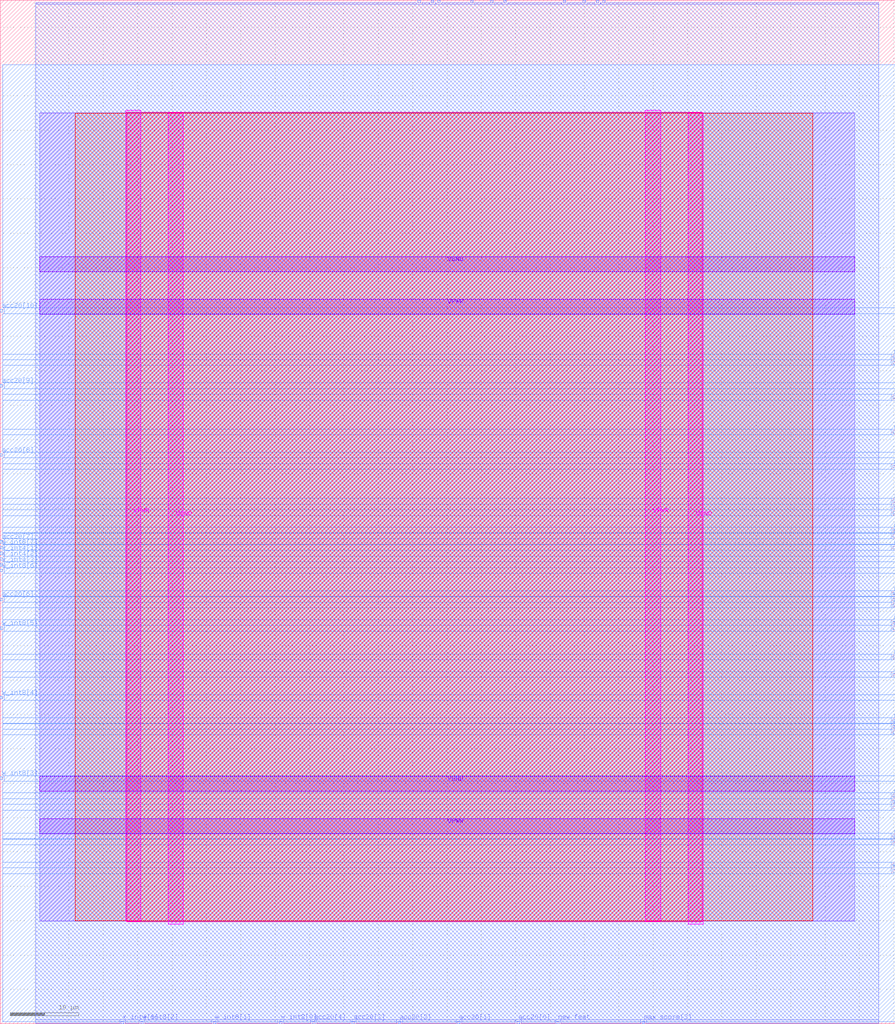
<source format=lef>
VERSION 5.7 ;
  NOWIREEXTENSIONATPIN ON ;
  DIVIDERCHAR "/" ;
  BUSBITCHARS "[]" ;
MACRO classifier_top
  CLASS BLOCK ;
  FOREIGN classifier_top ;
  ORIGIN 0.000 0.000 ;
  SIZE 130.210 BY 148.930 ;
  PIN VGND
    DIRECTION INOUT ;
    USE GROUND ;
    PORT
      LAYER TopMetal1 ;
        RECT 24.460 14.490 26.660 132.520 ;
    END
    PORT
      LAYER TopMetal1 ;
        RECT 100.060 14.490 102.260 132.520 ;
    END
    PORT
      LAYER TopMetal2 ;
        RECT 5.760 33.820 124.320 36.020 ;
    END
    PORT
      LAYER TopMetal2 ;
        RECT 5.760 109.420 124.320 111.620 ;
    END
  END VGND
  PIN VPWR
    DIRECTION INOUT ;
    USE POWER ;
    PORT
      LAYER TopMetal1 ;
        RECT 18.260 14.900 20.460 132.930 ;
    END
    PORT
      LAYER TopMetal1 ;
        RECT 93.860 14.900 96.060 132.930 ;
    END
    PORT
      LAYER TopMetal2 ;
        RECT 5.760 27.620 124.320 29.820 ;
    END
    PORT
      LAYER TopMetal2 ;
        RECT 5.760 103.220 124.320 105.420 ;
    END
  END VPWR
  PIN acc20[0]
    DIRECTION OUTPUT ;
    USE SIGNAL ;
    ANTENNADIFFAREA 0.708600 ;
    PORT
      LAYER Metal2 ;
        RECT 75.160 0.000 75.560 0.400 ;
    END
  END acc20[0]
  PIN acc20[10]
    DIRECTION OUTPUT ;
    USE SIGNAL ;
    ANTENNADIFFAREA 0.708600 ;
    PORT
      LAYER Metal3 ;
        RECT 0.000 103.540 0.400 103.940 ;
    END
  END acc20[10]
  PIN acc20[11]
    DIRECTION OUTPUT ;
    USE SIGNAL ;
    ANTENNADIFFAREA 0.708600 ;
    PORT
      LAYER Metal2 ;
        RECT 63.640 148.530 64.040 148.930 ;
    END
  END acc20[11]
  PIN acc20[12]
    DIRECTION OUTPUT ;
    USE SIGNAL ;
    ANTENNADIFFAREA 0.708600 ;
    PORT
      LAYER Metal2 ;
        RECT 71.320 148.530 71.720 148.930 ;
    END
  END acc20[12]
  PIN acc20[13]
    DIRECTION OUTPUT ;
    USE SIGNAL ;
    ANTENNADIFFAREA 0.708600 ;
    PORT
      LAYER Metal2 ;
        RECT 73.240 148.530 73.640 148.930 ;
    END
  END acc20[13]
  PIN acc20[14]
    DIRECTION OUTPUT ;
    USE SIGNAL ;
    ANTENNADIFFAREA 0.708600 ;
    PORT
      LAYER Metal2 ;
        RECT 81.880 148.530 82.280 148.930 ;
    END
  END acc20[14]
  PIN acc20[15]
    DIRECTION OUTPUT ;
    USE SIGNAL ;
    ANTENNADIFFAREA 0.708600 ;
    PORT
      LAYER Metal2 ;
        RECT 87.640 148.530 88.040 148.930 ;
    END
  END acc20[15]
  PIN acc20[16]
    DIRECTION OUTPUT ;
    USE SIGNAL ;
    ANTENNADIFFAREA 0.708600 ;
    PORT
      LAYER Metal3 ;
        RECT 129.810 95.980 130.210 96.380 ;
    END
  END acc20[16]
  PIN acc20[17]
    DIRECTION OUTPUT ;
    USE SIGNAL ;
    ANTENNADIFFAREA 0.708600 ;
    PORT
      LAYER Metal3 ;
        RECT 129.810 90.940 130.210 91.340 ;
    END
  END acc20[17]
  PIN acc20[18]
    DIRECTION OUTPUT ;
    USE SIGNAL ;
    ANTENNADIFFAREA 0.708600 ;
    PORT
      LAYER Metal3 ;
        RECT 129.810 74.980 130.210 75.380 ;
    END
  END acc20[18]
  PIN acc20[19]
    DIRECTION OUTPUT ;
    USE SIGNAL ;
    ANTENNADIFFAREA 0.708600 ;
    PORT
      LAYER Metal3 ;
        RECT 129.810 75.820 130.210 76.220 ;
    END
  END acc20[19]
  PIN acc20[1]
    DIRECTION OUTPUT ;
    USE SIGNAL ;
    ANTENNADIFFAREA 0.708600 ;
    PORT
      LAYER Metal2 ;
        RECT 66.520 0.000 66.920 0.400 ;
    END
  END acc20[1]
  PIN acc20[2]
    DIRECTION OUTPUT ;
    USE SIGNAL ;
    ANTENNADIFFAREA 0.708600 ;
    PORT
      LAYER Metal2 ;
        RECT 57.880 0.000 58.280 0.400 ;
    END
  END acc20[2]
  PIN acc20[3]
    DIRECTION OUTPUT ;
    USE SIGNAL ;
    ANTENNADIFFAREA 0.708600 ;
    PORT
      LAYER Metal2 ;
        RECT 51.160 0.000 51.560 0.400 ;
    END
  END acc20[3]
  PIN acc20[4]
    DIRECTION OUTPUT ;
    USE SIGNAL ;
    ANTENNADIFFAREA 0.708600 ;
    PORT
      LAYER Metal2 ;
        RECT 45.400 0.000 45.800 0.400 ;
    END
  END acc20[4]
  PIN acc20[5]
    DIRECTION OUTPUT ;
    USE SIGNAL ;
    ANTENNADIFFAREA 0.708600 ;
    PORT
      LAYER Metal3 ;
        RECT 129.810 50.620 130.210 51.020 ;
    END
  END acc20[5]
  PIN acc20[6]
    DIRECTION OUTPUT ;
    USE SIGNAL ;
    ANTENNADIFFAREA 0.708600 ;
    PORT
      LAYER Metal3 ;
        RECT 0.000 61.540 0.400 61.940 ;
    END
  END acc20[6]
  PIN acc20[7]
    DIRECTION OUTPUT ;
    USE SIGNAL ;
    ANTENNADIFFAREA 0.708600 ;
    PORT
      LAYER Metal3 ;
        RECT 0.000 69.940 0.400 70.340 ;
    END
  END acc20[7]
  PIN acc20[8]
    DIRECTION OUTPUT ;
    USE SIGNAL ;
    ANTENNADIFFAREA 0.708600 ;
    PORT
      LAYER Metal3 ;
        RECT 0.000 82.540 0.400 82.940 ;
    END
  END acc20[8]
  PIN acc20[9]
    DIRECTION OUTPUT ;
    USE SIGNAL ;
    ANTENNADIFFAREA 0.708600 ;
    PORT
      LAYER Metal3 ;
        RECT 0.000 92.620 0.400 93.020 ;
    END
  END acc20[9]
  PIN class_id[0]
    DIRECTION INPUT ;
    USE SIGNAL ;
    ANTENNAGATEAREA 0.180700 ;
    PORT
      LAYER Metal3 ;
        RECT 129.810 27.100 130.210 27.500 ;
    END
  END class_id[0]
  PIN class_id[1]
    DIRECTION INPUT ;
    USE SIGNAL ;
    ANTENNAGATEAREA 0.180700 ;
    PORT
      LAYER Metal3 ;
        RECT 129.810 61.540 130.210 61.940 ;
    END
  END class_id[1]
  PIN class_id[2]
    DIRECTION INPUT ;
    USE SIGNAL ;
    ANTENNAGATEAREA 0.180700 ;
    PORT
      LAYER Metal3 ;
        RECT 129.810 32.140 130.210 32.540 ;
    END
  END class_id[2]
  PIN clk
    DIRECTION INPUT ;
    USE SIGNAL ;
    ANTENNAGATEAREA 1.450800 ;
    PORT
      LAYER Metal3 ;
        RECT 129.810 22.060 130.210 22.460 ;
    END
  END clk
  PIN max_class[0]
    DIRECTION OUTPUT ;
    USE SIGNAL ;
    ANTENNADIFFAREA 0.708600 ;
    PORT
      LAYER Metal3 ;
        RECT 129.810 26.260 130.210 26.660 ;
    END
  END max_class[0]
  PIN max_class[1]
    DIRECTION OUTPUT ;
    USE SIGNAL ;
    ANTENNADIFFAREA 0.708600 ;
    PORT
      LAYER Metal3 ;
        RECT 129.810 60.700 130.210 61.100 ;
    END
  END max_class[1]
  PIN max_class[2]
    DIRECTION OUTPUT ;
    USE SIGNAL ;
    ANTENNADIFFAREA 0.708600 ;
    PORT
      LAYER Metal3 ;
        RECT 129.810 31.300 130.210 31.700 ;
    END
  END max_class[2]
  PIN max_score[0]
    DIRECTION OUTPUT ;
    USE SIGNAL ;
    ANTENNADIFFAREA 0.708600 ;
    PORT
      LAYER Metal3 ;
        RECT 129.810 43.060 130.210 43.460 ;
    END
  END max_score[0]
  PIN max_score[10]
    DIRECTION OUTPUT ;
    USE SIGNAL ;
    ANTENNADIFFAREA 0.708600 ;
    PORT
      LAYER Metal2 ;
        RECT 60.760 148.530 61.160 148.930 ;
    END
  END max_score[10]
  PIN max_score[11]
    DIRECTION OUTPUT ;
    USE SIGNAL ;
    ANTENNADIFFAREA 0.708600 ;
    PORT
      LAYER Metal2 ;
        RECT 68.440 148.530 68.840 148.930 ;
    END
  END max_score[11]
  PIN max_score[12]
    DIRECTION OUTPUT ;
    USE SIGNAL ;
    ANTENNADIFFAREA 0.708600 ;
    PORT
      LAYER Metal2 ;
        RECT 84.760 148.530 85.160 148.930 ;
    END
  END max_score[12]
  PIN max_score[13]
    DIRECTION OUTPUT ;
    USE SIGNAL ;
    ANTENNADIFFAREA 0.708600 ;
    PORT
      LAYER Metal2 ;
        RECT 86.680 148.530 87.080 148.930 ;
    END
  END max_score[13]
  PIN max_score[14]
    DIRECTION OUTPUT ;
    USE SIGNAL ;
    ANTENNADIFFAREA 0.708600 ;
    PORT
      LAYER Metal3 ;
        RECT 129.810 85.900 130.210 86.300 ;
    END
  END max_score[14]
  PIN max_score[15]
    DIRECTION OUTPUT ;
    USE SIGNAL ;
    ANTENNADIFFAREA 0.708600 ;
    PORT
      LAYER Metal3 ;
        RECT 129.810 74.140 130.210 74.540 ;
    END
  END max_score[15]
  PIN max_score[16]
    DIRECTION OUTPUT ;
    USE SIGNAL ;
    ANTENNADIFFAREA 0.708600 ;
    PORT
      LAYER Metal3 ;
        RECT 129.810 96.820 130.210 97.220 ;
    END
  END max_score[16]
  PIN max_score[17]
    DIRECTION OUTPUT ;
    USE SIGNAL ;
    ANTENNADIFFAREA 0.708600 ;
    PORT
      LAYER Metal3 ;
        RECT 129.810 80.860 130.210 81.260 ;
    END
  END max_score[17]
  PIN max_score[18]
    DIRECTION OUTPUT ;
    USE SIGNAL ;
    ANTENNADIFFAREA 0.708600 ;
    PORT
      LAYER Metal3 ;
        RECT 129.810 71.620 130.210 72.020 ;
    END
  END max_score[18]
  PIN max_score[19]
    DIRECTION OUTPUT ;
    USE SIGNAL ;
    ANTENNADIFFAREA 0.708600 ;
    PORT
      LAYER Metal3 ;
        RECT 129.810 69.100 130.210 69.500 ;
    END
  END max_score[19]
  PIN max_score[1]
    DIRECTION OUTPUT ;
    USE SIGNAL ;
    ANTENNADIFFAREA 0.708600 ;
    PORT
      LAYER Metal3 ;
        RECT 129.810 42.220 130.210 42.620 ;
    END
  END max_score[1]
  PIN max_score[2]
    DIRECTION OUTPUT ;
    USE SIGNAL ;
    ANTENNADIFFAREA 0.708600 ;
    PORT
      LAYER Metal3 ;
        RECT 129.810 32.980 130.210 33.380 ;
    END
  END max_score[2]
  PIN max_score[3]
    DIRECTION OUTPUT ;
    USE SIGNAL ;
    ANTENNADIFFAREA 0.708600 ;
    PORT
      LAYER Metal2 ;
        RECT 93.400 0.000 93.800 0.400 ;
    END
  END max_score[3]
  PIN max_score[4]
    DIRECTION OUTPUT ;
    USE SIGNAL ;
    ANTENNADIFFAREA 0.708600 ;
    PORT
      LAYER Metal3 ;
        RECT 129.810 53.140 130.210 53.540 ;
    END
  END max_score[4]
  PIN max_score[5]
    DIRECTION OUTPUT ;
    USE SIGNAL ;
    ANTENNADIFFAREA 0.708600 ;
    PORT
      LAYER Metal3 ;
        RECT 129.810 57.340 130.210 57.740 ;
    END
  END max_score[5]
  PIN max_score[6]
    DIRECTION OUTPUT ;
    USE SIGNAL ;
    ANTENNADIFFAREA 0.708600 ;
    PORT
      LAYER Metal3 ;
        RECT 129.810 58.180 130.210 58.580 ;
    END
  END max_score[6]
  PIN max_score[7]
    DIRECTION OUTPUT ;
    USE SIGNAL ;
    ANTENNADIFFAREA 0.708600 ;
    PORT
      LAYER Metal3 ;
        RECT 129.810 62.380 130.210 62.780 ;
    END
  END max_score[7]
  PIN max_score[8]
    DIRECTION OUTPUT ;
    USE SIGNAL ;
    ANTENNADIFFAREA 0.708600 ;
    PORT
      LAYER Metal3 ;
        RECT 129.810 70.780 130.210 71.180 ;
    END
  END max_score[8]
  PIN max_score[9]
    DIRECTION OUTPUT ;
    USE SIGNAL ;
    ANTENNADIFFAREA 0.708600 ;
    PORT
      LAYER Metal2 ;
        RECT 62.680 148.530 63.080 148.930 ;
    END
  END max_score[9]
  PIN new_class
    DIRECTION INPUT ;
    USE SIGNAL ;
    ANTENNAGATEAREA 0.180700 ;
    PORT
      LAYER Metal3 ;
        RECT 129.810 43.900 130.210 44.300 ;
    END
  END new_class
  PIN new_feat
    DIRECTION INPUT ;
    USE SIGNAL ;
    ANTENNAGATEAREA 0.180700 ;
    PORT
      LAYER Metal2 ;
        RECT 80.920 0.000 81.320 0.400 ;
    END
  END new_feat
  PIN rst_n
    DIRECTION INPUT ;
    USE SIGNAL ;
    ANTENNAGATEAREA 0.180700 ;
    PORT
      LAYER Metal3 ;
        RECT 129.810 22.900 130.210 23.300 ;
    END
  END rst_n
  PIN w_int8[0]
    DIRECTION INPUT ;
    USE SIGNAL ;
    ANTENNAGATEAREA 0.180700 ;
    PORT
      LAYER Metal2 ;
        RECT 40.600 0.000 41.000 0.400 ;
    END
  END w_int8[0]
  PIN w_int8[1]
    DIRECTION INPUT ;
    USE SIGNAL ;
    ANTENNAGATEAREA 0.180700 ;
    PORT
      LAYER Metal2 ;
        RECT 31.000 0.000 31.400 0.400 ;
    END
  END w_int8[1]
  PIN w_int8[2]
    DIRECTION INPUT ;
    USE SIGNAL ;
    ANTENNAGATEAREA 0.180700 ;
    PORT
      LAYER Metal2 ;
        RECT 20.440 0.000 20.840 0.400 ;
    END
  END w_int8[2]
  PIN w_int8[3]
    DIRECTION INPUT ;
    USE SIGNAL ;
    ANTENNAGATEAREA 0.180700 ;
    PORT
      LAYER Metal3 ;
        RECT 0.000 35.500 0.400 35.900 ;
    END
  END w_int8[3]
  PIN w_int8[4]
    DIRECTION INPUT ;
    USE SIGNAL ;
    ANTENNAGATEAREA 0.180700 ;
    PORT
      LAYER Metal3 ;
        RECT 0.000 47.260 0.400 47.660 ;
    END
  END w_int8[4]
  PIN w_int8[5]
    DIRECTION INPUT ;
    USE SIGNAL ;
    ANTENNAGATEAREA 0.180700 ;
    PORT
      LAYER Metal3 ;
        RECT 0.000 57.340 0.400 57.740 ;
    END
  END w_int8[5]
  PIN w_int8[6]
    DIRECTION INPUT ;
    USE SIGNAL ;
    ANTENNAGATEAREA 0.180700 ;
    PORT
      LAYER Metal3 ;
        RECT 0.000 65.740 0.400 66.140 ;
    END
  END w_int8[6]
  PIN w_int8[7]
    DIRECTION INPUT ;
    USE SIGNAL ;
    ANTENNAGATEAREA 0.180700 ;
    PORT
      LAYER Metal3 ;
        RECT 0.000 69.100 0.400 69.500 ;
    END
  END w_int8[7]
  PIN x_int4[0]
    DIRECTION INPUT ;
    USE SIGNAL ;
    ANTENNAGATEAREA 0.180700 ;
    PORT
      LAYER Metal2 ;
        RECT 17.560 0.000 17.960 0.400 ;
    END
  END x_int4[0]
  PIN x_int4[1]
    DIRECTION INPUT ;
    USE SIGNAL ;
    ANTENNAGATEAREA 0.180700 ;
    PORT
      LAYER Metal3 ;
        RECT 0.000 68.260 0.400 68.660 ;
    END
  END x_int4[1]
  PIN x_int4[2]
    DIRECTION INPUT ;
    USE SIGNAL ;
    ANTENNAGATEAREA 0.180700 ;
    PORT
      LAYER Metal3 ;
        RECT 0.000 67.420 0.400 67.820 ;
    END
  END x_int4[2]
  PIN x_int4[3]
    DIRECTION INPUT ;
    USE SIGNAL ;
    ANTENNAGATEAREA 0.180700 ;
    PORT
      LAYER Metal3 ;
        RECT 0.000 66.580 0.400 66.980 ;
    END
  END x_int4[3]
  OBS
      LAYER GatPoly ;
        RECT 5.760 14.970 124.320 132.450 ;
      LAYER Metal1 ;
        RECT 5.760 14.900 124.320 132.520 ;
      LAYER Metal2 ;
        RECT 5.175 148.320 60.550 148.530 ;
        RECT 61.370 148.320 62.470 148.530 ;
        RECT 63.290 148.320 63.430 148.530 ;
        RECT 64.250 148.320 68.230 148.530 ;
        RECT 69.050 148.320 71.110 148.530 ;
        RECT 71.930 148.320 73.030 148.530 ;
        RECT 73.850 148.320 81.670 148.530 ;
        RECT 82.490 148.320 84.550 148.530 ;
        RECT 85.370 148.320 86.470 148.530 ;
        RECT 87.290 148.320 87.430 148.530 ;
        RECT 88.250 148.320 127.785 148.530 ;
        RECT 5.175 0.610 127.785 148.320 ;
        RECT 5.175 0.100 17.350 0.610 ;
        RECT 18.170 0.100 20.230 0.610 ;
        RECT 21.050 0.100 30.790 0.610 ;
        RECT 31.610 0.100 40.390 0.610 ;
        RECT 41.210 0.100 45.190 0.610 ;
        RECT 46.010 0.100 50.950 0.610 ;
        RECT 51.770 0.100 57.670 0.610 ;
        RECT 58.490 0.100 66.310 0.610 ;
        RECT 67.130 0.100 74.950 0.610 ;
        RECT 75.770 0.100 80.710 0.610 ;
        RECT 81.530 0.100 93.190 0.610 ;
        RECT 94.010 0.100 127.785 0.610 ;
      LAYER Metal3 ;
        RECT 0.400 104.150 130.180 139.540 ;
        RECT 0.610 103.330 130.180 104.150 ;
        RECT 0.400 97.430 130.180 103.330 ;
        RECT 0.400 96.610 129.600 97.430 ;
        RECT 0.400 96.590 130.180 96.610 ;
        RECT 0.400 95.770 129.600 96.590 ;
        RECT 0.400 93.230 130.180 95.770 ;
        RECT 0.610 92.410 130.180 93.230 ;
        RECT 0.400 91.550 130.180 92.410 ;
        RECT 0.400 90.730 129.600 91.550 ;
        RECT 0.400 86.510 130.180 90.730 ;
        RECT 0.400 85.690 129.600 86.510 ;
        RECT 0.400 83.150 130.180 85.690 ;
        RECT 0.610 82.330 130.180 83.150 ;
        RECT 0.400 81.470 130.180 82.330 ;
        RECT 0.400 80.650 129.600 81.470 ;
        RECT 0.400 76.430 130.180 80.650 ;
        RECT 0.400 75.610 129.600 76.430 ;
        RECT 0.400 75.590 130.180 75.610 ;
        RECT 0.400 74.770 129.600 75.590 ;
        RECT 0.400 74.750 130.180 74.770 ;
        RECT 0.400 73.930 129.600 74.750 ;
        RECT 0.400 72.230 130.180 73.930 ;
        RECT 0.400 71.410 129.600 72.230 ;
        RECT 0.400 71.390 130.180 71.410 ;
        RECT 0.400 70.570 129.600 71.390 ;
        RECT 0.400 70.550 130.180 70.570 ;
        RECT 0.610 69.730 130.180 70.550 ;
        RECT 0.400 69.710 130.180 69.730 ;
        RECT 0.610 68.890 129.600 69.710 ;
        RECT 0.400 68.870 130.180 68.890 ;
        RECT 0.610 68.050 130.180 68.870 ;
        RECT 0.400 68.030 130.180 68.050 ;
        RECT 0.610 67.210 130.180 68.030 ;
        RECT 0.400 67.190 130.180 67.210 ;
        RECT 0.610 66.370 130.180 67.190 ;
        RECT 0.400 66.350 130.180 66.370 ;
        RECT 0.610 65.530 130.180 66.350 ;
        RECT 0.400 62.990 130.180 65.530 ;
        RECT 0.400 62.170 129.600 62.990 ;
        RECT 0.400 62.150 130.180 62.170 ;
        RECT 0.610 61.330 129.600 62.150 ;
        RECT 0.400 61.310 130.180 61.330 ;
        RECT 0.400 60.490 129.600 61.310 ;
        RECT 0.400 58.790 130.180 60.490 ;
        RECT 0.400 57.970 129.600 58.790 ;
        RECT 0.400 57.950 130.180 57.970 ;
        RECT 0.610 57.130 129.600 57.950 ;
        RECT 0.400 53.750 130.180 57.130 ;
        RECT 0.400 52.930 129.600 53.750 ;
        RECT 0.400 51.230 130.180 52.930 ;
        RECT 0.400 50.410 129.600 51.230 ;
        RECT 0.400 47.870 130.180 50.410 ;
        RECT 0.610 47.050 130.180 47.870 ;
        RECT 0.400 44.510 130.180 47.050 ;
        RECT 0.400 43.690 129.600 44.510 ;
        RECT 0.400 43.670 130.180 43.690 ;
        RECT 0.400 42.850 129.600 43.670 ;
        RECT 0.400 42.830 130.180 42.850 ;
        RECT 0.400 42.010 129.600 42.830 ;
        RECT 0.400 36.110 130.180 42.010 ;
        RECT 0.610 35.290 130.180 36.110 ;
        RECT 0.400 33.590 130.180 35.290 ;
        RECT 0.400 32.770 129.600 33.590 ;
        RECT 0.400 32.750 130.180 32.770 ;
        RECT 0.400 31.930 129.600 32.750 ;
        RECT 0.400 31.910 130.180 31.930 ;
        RECT 0.400 31.090 129.600 31.910 ;
        RECT 0.400 27.710 130.180 31.090 ;
        RECT 0.400 26.890 129.600 27.710 ;
        RECT 0.400 26.870 130.180 26.890 ;
        RECT 0.400 26.050 129.600 26.870 ;
        RECT 0.400 23.510 130.180 26.050 ;
        RECT 0.400 22.690 129.600 23.510 ;
        RECT 0.400 22.670 130.180 22.690 ;
        RECT 0.400 21.850 129.600 22.670 ;
        RECT 0.400 0.320 130.180 21.850 ;
      LAYER Metal4 ;
        RECT 10.940 14.975 118.180 132.445 ;
      LAYER Metal5 ;
        RECT 18.395 14.810 102.125 132.610 ;
  END
END classifier_top
END LIBRARY


</source>
